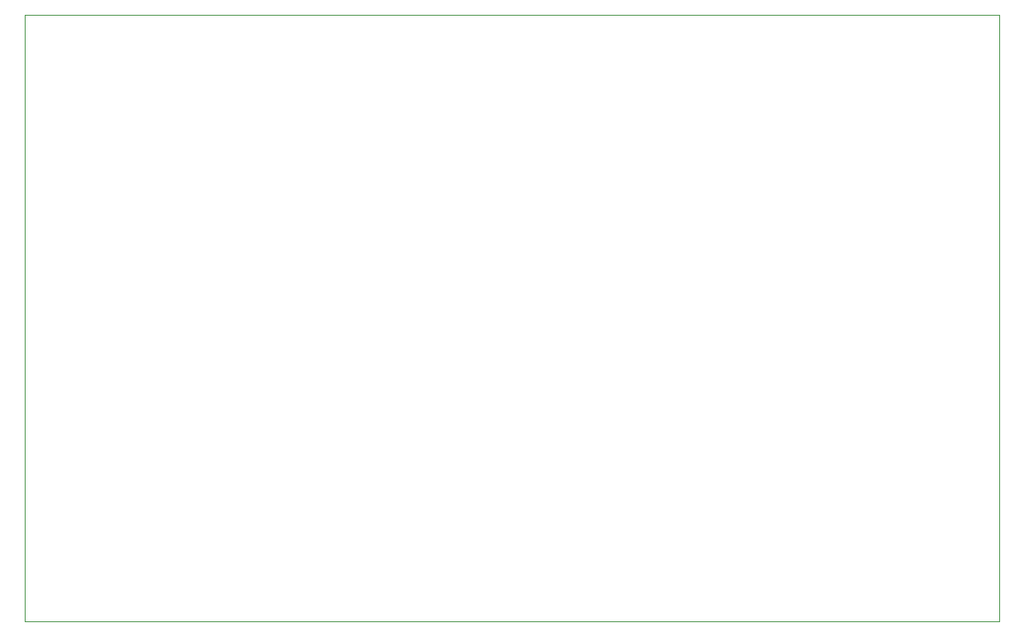
<source format=gbr>
%TF.GenerationSoftware,KiCad,Pcbnew,5.1.3-ffb9f22~84~ubuntu16.04.1*%
%TF.CreationDate,2019-07-26T23:44:31+02:00*%
%TF.ProjectId,Raspberry-I2C-LCD-and-Keypad,52617370-6265-4727-9279-2d4932432d4c,rev?*%
%TF.SameCoordinates,Original*%
%TF.FileFunction,Profile,NP*%
%FSLAX46Y46*%
G04 Gerber Fmt 4.6, Leading zero omitted, Abs format (unit mm)*
G04 Created by KiCad (PCBNEW 5.1.3-ffb9f22~84~ubuntu16.04.1) date 2019-07-26 23:44:31*
%MOMM*%
%LPD*%
G04 APERTURE LIST*
%ADD10C,0.050000*%
G04 APERTURE END LIST*
D10*
X191439800Y-69850000D02*
X91440000Y-69850000D01*
X191439800Y-132080000D02*
X191439800Y-69850000D01*
X91440000Y-132080000D02*
X191439800Y-132080000D01*
X91440000Y-69850000D02*
X91440000Y-132080000D01*
M02*

</source>
